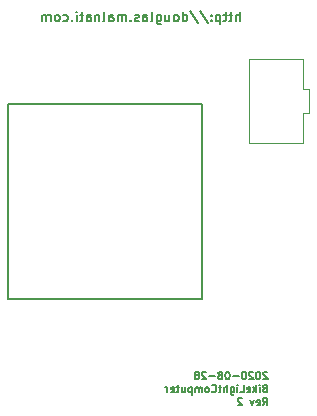
<source format=gbr>
G04 #@! TF.GenerationSoftware,KiCad,Pcbnew,(5.1.5)-3*
G04 #@! TF.CreationDate,2020-08-28T15:18:22-04:00*
G04 #@! TF.ProjectId,BikeLightComputerRev2,42696b65-4c69-4676-9874-436f6d707574,rev?*
G04 #@! TF.SameCoordinates,Original*
G04 #@! TF.FileFunction,Legend,Bot*
G04 #@! TF.FilePolarity,Positive*
%FSLAX46Y46*%
G04 Gerber Fmt 4.6, Leading zero omitted, Abs format (unit mm)*
G04 Created by KiCad (PCBNEW (5.1.5)-3) date 2020-08-28 15:18:22*
%MOMM*%
%LPD*%
G04 APERTURE LIST*
%ADD10C,0.150000*%
%ADD11C,0.120000*%
%ADD12C,0.127000*%
G04 APERTURE END LIST*
D10*
X168380228Y-62343695D02*
X168380228Y-61530895D01*
X168031885Y-62343695D02*
X168031885Y-61917942D01*
X168070590Y-61840533D01*
X168148000Y-61801828D01*
X168264114Y-61801828D01*
X168341523Y-61840533D01*
X168380228Y-61879238D01*
X167760952Y-61801828D02*
X167451314Y-61801828D01*
X167644838Y-61530895D02*
X167644838Y-62227580D01*
X167606133Y-62304990D01*
X167528723Y-62343695D01*
X167451314Y-62343695D01*
X167296495Y-61801828D02*
X166986857Y-61801828D01*
X167180380Y-61530895D02*
X167180380Y-62227580D01*
X167141676Y-62304990D01*
X167064266Y-62343695D01*
X166986857Y-62343695D01*
X166715923Y-61801828D02*
X166715923Y-62614628D01*
X166715923Y-61840533D02*
X166638514Y-61801828D01*
X166483695Y-61801828D01*
X166406285Y-61840533D01*
X166367580Y-61879238D01*
X166328876Y-61956647D01*
X166328876Y-62188876D01*
X166367580Y-62266285D01*
X166406285Y-62304990D01*
X166483695Y-62343695D01*
X166638514Y-62343695D01*
X166715923Y-62304990D01*
X165980533Y-62266285D02*
X165941828Y-62304990D01*
X165980533Y-62343695D01*
X166019238Y-62304990D01*
X165980533Y-62266285D01*
X165980533Y-62343695D01*
X165980533Y-61840533D02*
X165941828Y-61879238D01*
X165980533Y-61917942D01*
X166019238Y-61879238D01*
X165980533Y-61840533D01*
X165980533Y-61917942D01*
X165012914Y-61492190D02*
X165709600Y-62537219D01*
X164161409Y-61492190D02*
X164858095Y-62537219D01*
X163542133Y-62343695D02*
X163542133Y-61530895D01*
X163542133Y-62304990D02*
X163619542Y-62343695D01*
X163774361Y-62343695D01*
X163851771Y-62304990D01*
X163890476Y-62266285D01*
X163929180Y-62188876D01*
X163929180Y-61956647D01*
X163890476Y-61879238D01*
X163851771Y-61840533D01*
X163774361Y-61801828D01*
X163619542Y-61801828D01*
X163542133Y-61840533D01*
X163038971Y-62343695D02*
X163116380Y-62304990D01*
X163155085Y-62266285D01*
X163193790Y-62188876D01*
X163193790Y-61956647D01*
X163155085Y-61879238D01*
X163116380Y-61840533D01*
X163038971Y-61801828D01*
X162922857Y-61801828D01*
X162845447Y-61840533D01*
X162806742Y-61879238D01*
X162768038Y-61956647D01*
X162768038Y-62188876D01*
X162806742Y-62266285D01*
X162845447Y-62304990D01*
X162922857Y-62343695D01*
X163038971Y-62343695D01*
X162071352Y-61801828D02*
X162071352Y-62343695D01*
X162419695Y-61801828D02*
X162419695Y-62227580D01*
X162380990Y-62304990D01*
X162303580Y-62343695D01*
X162187466Y-62343695D01*
X162110057Y-62304990D01*
X162071352Y-62266285D01*
X161335961Y-61801828D02*
X161335961Y-62459809D01*
X161374666Y-62537219D01*
X161413371Y-62575923D01*
X161490780Y-62614628D01*
X161606895Y-62614628D01*
X161684304Y-62575923D01*
X161335961Y-62304990D02*
X161413371Y-62343695D01*
X161568190Y-62343695D01*
X161645600Y-62304990D01*
X161684304Y-62266285D01*
X161723009Y-62188876D01*
X161723009Y-61956647D01*
X161684304Y-61879238D01*
X161645600Y-61840533D01*
X161568190Y-61801828D01*
X161413371Y-61801828D01*
X161335961Y-61840533D01*
X160832800Y-62343695D02*
X160910209Y-62304990D01*
X160948914Y-62227580D01*
X160948914Y-61530895D01*
X160174819Y-62343695D02*
X160174819Y-61917942D01*
X160213523Y-61840533D01*
X160290933Y-61801828D01*
X160445752Y-61801828D01*
X160523161Y-61840533D01*
X160174819Y-62304990D02*
X160252228Y-62343695D01*
X160445752Y-62343695D01*
X160523161Y-62304990D01*
X160561866Y-62227580D01*
X160561866Y-62150171D01*
X160523161Y-62072761D01*
X160445752Y-62034057D01*
X160252228Y-62034057D01*
X160174819Y-61995352D01*
X159826476Y-62304990D02*
X159749066Y-62343695D01*
X159594247Y-62343695D01*
X159516838Y-62304990D01*
X159478133Y-62227580D01*
X159478133Y-62188876D01*
X159516838Y-62111466D01*
X159594247Y-62072761D01*
X159710361Y-62072761D01*
X159787771Y-62034057D01*
X159826476Y-61956647D01*
X159826476Y-61917942D01*
X159787771Y-61840533D01*
X159710361Y-61801828D01*
X159594247Y-61801828D01*
X159516838Y-61840533D01*
X159129790Y-62266285D02*
X159091085Y-62304990D01*
X159129790Y-62343695D01*
X159168495Y-62304990D01*
X159129790Y-62266285D01*
X159129790Y-62343695D01*
X158742742Y-62343695D02*
X158742742Y-61801828D01*
X158742742Y-61879238D02*
X158704038Y-61840533D01*
X158626628Y-61801828D01*
X158510514Y-61801828D01*
X158433104Y-61840533D01*
X158394400Y-61917942D01*
X158394400Y-62343695D01*
X158394400Y-61917942D02*
X158355695Y-61840533D01*
X158278285Y-61801828D01*
X158162171Y-61801828D01*
X158084761Y-61840533D01*
X158046057Y-61917942D01*
X158046057Y-62343695D01*
X157310666Y-62343695D02*
X157310666Y-61917942D01*
X157349371Y-61840533D01*
X157426780Y-61801828D01*
X157581600Y-61801828D01*
X157659009Y-61840533D01*
X157310666Y-62304990D02*
X157388076Y-62343695D01*
X157581600Y-62343695D01*
X157659009Y-62304990D01*
X157697714Y-62227580D01*
X157697714Y-62150171D01*
X157659009Y-62072761D01*
X157581600Y-62034057D01*
X157388076Y-62034057D01*
X157310666Y-61995352D01*
X156807504Y-62343695D02*
X156884914Y-62304990D01*
X156923619Y-62227580D01*
X156923619Y-61530895D01*
X156497866Y-61801828D02*
X156497866Y-62343695D01*
X156497866Y-61879238D02*
X156459161Y-61840533D01*
X156381752Y-61801828D01*
X156265638Y-61801828D01*
X156188228Y-61840533D01*
X156149523Y-61917942D01*
X156149523Y-62343695D01*
X155414133Y-62343695D02*
X155414133Y-61917942D01*
X155452838Y-61840533D01*
X155530247Y-61801828D01*
X155685066Y-61801828D01*
X155762476Y-61840533D01*
X155414133Y-62304990D02*
X155491542Y-62343695D01*
X155685066Y-62343695D01*
X155762476Y-62304990D01*
X155801180Y-62227580D01*
X155801180Y-62150171D01*
X155762476Y-62072761D01*
X155685066Y-62034057D01*
X155491542Y-62034057D01*
X155414133Y-61995352D01*
X155143200Y-61801828D02*
X154833561Y-61801828D01*
X155027085Y-61530895D02*
X155027085Y-62227580D01*
X154988380Y-62304990D01*
X154910971Y-62343695D01*
X154833561Y-62343695D01*
X154562628Y-62343695D02*
X154562628Y-61801828D01*
X154562628Y-61530895D02*
X154601333Y-61569600D01*
X154562628Y-61608304D01*
X154523923Y-61569600D01*
X154562628Y-61530895D01*
X154562628Y-61608304D01*
X154175580Y-62266285D02*
X154136876Y-62304990D01*
X154175580Y-62343695D01*
X154214285Y-62304990D01*
X154175580Y-62266285D01*
X154175580Y-62343695D01*
X153440190Y-62304990D02*
X153517600Y-62343695D01*
X153672419Y-62343695D01*
X153749828Y-62304990D01*
X153788533Y-62266285D01*
X153827238Y-62188876D01*
X153827238Y-61956647D01*
X153788533Y-61879238D01*
X153749828Y-61840533D01*
X153672419Y-61801828D01*
X153517600Y-61801828D01*
X153440190Y-61840533D01*
X152975733Y-62343695D02*
X153053142Y-62304990D01*
X153091847Y-62266285D01*
X153130552Y-62188876D01*
X153130552Y-61956647D01*
X153091847Y-61879238D01*
X153053142Y-61840533D01*
X152975733Y-61801828D01*
X152859619Y-61801828D01*
X152782209Y-61840533D01*
X152743504Y-61879238D01*
X152704800Y-61956647D01*
X152704800Y-62188876D01*
X152743504Y-62266285D01*
X152782209Y-62304990D01*
X152859619Y-62343695D01*
X152975733Y-62343695D01*
X152356457Y-62343695D02*
X152356457Y-61801828D01*
X152356457Y-61879238D02*
X152317752Y-61840533D01*
X152240342Y-61801828D01*
X152124228Y-61801828D01*
X152046819Y-61840533D01*
X152008114Y-61917942D01*
X152008114Y-62343695D01*
X152008114Y-61917942D02*
X151969409Y-61840533D01*
X151892000Y-61801828D01*
X151775885Y-61801828D01*
X151698476Y-61840533D01*
X151659771Y-61917942D01*
X151659771Y-62343695D01*
X170723547Y-92082238D02*
X170693309Y-92052000D01*
X170632833Y-92021761D01*
X170481642Y-92021761D01*
X170421166Y-92052000D01*
X170390928Y-92082238D01*
X170360690Y-92142714D01*
X170360690Y-92203190D01*
X170390928Y-92293904D01*
X170753785Y-92656761D01*
X170360690Y-92656761D01*
X169967595Y-92021761D02*
X169907119Y-92021761D01*
X169846642Y-92052000D01*
X169816404Y-92082238D01*
X169786166Y-92142714D01*
X169755928Y-92263666D01*
X169755928Y-92414857D01*
X169786166Y-92535809D01*
X169816404Y-92596285D01*
X169846642Y-92626523D01*
X169907119Y-92656761D01*
X169967595Y-92656761D01*
X170028071Y-92626523D01*
X170058309Y-92596285D01*
X170088547Y-92535809D01*
X170118785Y-92414857D01*
X170118785Y-92263666D01*
X170088547Y-92142714D01*
X170058309Y-92082238D01*
X170028071Y-92052000D01*
X169967595Y-92021761D01*
X169514023Y-92082238D02*
X169483785Y-92052000D01*
X169423309Y-92021761D01*
X169272119Y-92021761D01*
X169211642Y-92052000D01*
X169181404Y-92082238D01*
X169151166Y-92142714D01*
X169151166Y-92203190D01*
X169181404Y-92293904D01*
X169544261Y-92656761D01*
X169151166Y-92656761D01*
X168758071Y-92021761D02*
X168697595Y-92021761D01*
X168637119Y-92052000D01*
X168606880Y-92082238D01*
X168576642Y-92142714D01*
X168546404Y-92263666D01*
X168546404Y-92414857D01*
X168576642Y-92535809D01*
X168606880Y-92596285D01*
X168637119Y-92626523D01*
X168697595Y-92656761D01*
X168758071Y-92656761D01*
X168818547Y-92626523D01*
X168848785Y-92596285D01*
X168879023Y-92535809D01*
X168909261Y-92414857D01*
X168909261Y-92263666D01*
X168879023Y-92142714D01*
X168848785Y-92082238D01*
X168818547Y-92052000D01*
X168758071Y-92021761D01*
X168274261Y-92414857D02*
X167790452Y-92414857D01*
X167367119Y-92021761D02*
X167306642Y-92021761D01*
X167246166Y-92052000D01*
X167215928Y-92082238D01*
X167185690Y-92142714D01*
X167155452Y-92263666D01*
X167155452Y-92414857D01*
X167185690Y-92535809D01*
X167215928Y-92596285D01*
X167246166Y-92626523D01*
X167306642Y-92656761D01*
X167367119Y-92656761D01*
X167427595Y-92626523D01*
X167457833Y-92596285D01*
X167488071Y-92535809D01*
X167518309Y-92414857D01*
X167518309Y-92263666D01*
X167488071Y-92142714D01*
X167457833Y-92082238D01*
X167427595Y-92052000D01*
X167367119Y-92021761D01*
X166792595Y-92293904D02*
X166853071Y-92263666D01*
X166883309Y-92233428D01*
X166913547Y-92172952D01*
X166913547Y-92142714D01*
X166883309Y-92082238D01*
X166853071Y-92052000D01*
X166792595Y-92021761D01*
X166671642Y-92021761D01*
X166611166Y-92052000D01*
X166580928Y-92082238D01*
X166550690Y-92142714D01*
X166550690Y-92172952D01*
X166580928Y-92233428D01*
X166611166Y-92263666D01*
X166671642Y-92293904D01*
X166792595Y-92293904D01*
X166853071Y-92324142D01*
X166883309Y-92354380D01*
X166913547Y-92414857D01*
X166913547Y-92535809D01*
X166883309Y-92596285D01*
X166853071Y-92626523D01*
X166792595Y-92656761D01*
X166671642Y-92656761D01*
X166611166Y-92626523D01*
X166580928Y-92596285D01*
X166550690Y-92535809D01*
X166550690Y-92414857D01*
X166580928Y-92354380D01*
X166611166Y-92324142D01*
X166671642Y-92293904D01*
X166278547Y-92414857D02*
X165794738Y-92414857D01*
X165522595Y-92082238D02*
X165492357Y-92052000D01*
X165431880Y-92021761D01*
X165280690Y-92021761D01*
X165220214Y-92052000D01*
X165189976Y-92082238D01*
X165159738Y-92142714D01*
X165159738Y-92203190D01*
X165189976Y-92293904D01*
X165552833Y-92656761D01*
X165159738Y-92656761D01*
X164796880Y-92293904D02*
X164857357Y-92263666D01*
X164887595Y-92233428D01*
X164917833Y-92172952D01*
X164917833Y-92142714D01*
X164887595Y-92082238D01*
X164857357Y-92052000D01*
X164796880Y-92021761D01*
X164675928Y-92021761D01*
X164615452Y-92052000D01*
X164585214Y-92082238D01*
X164554976Y-92142714D01*
X164554976Y-92172952D01*
X164585214Y-92233428D01*
X164615452Y-92263666D01*
X164675928Y-92293904D01*
X164796880Y-92293904D01*
X164857357Y-92324142D01*
X164887595Y-92354380D01*
X164917833Y-92414857D01*
X164917833Y-92535809D01*
X164887595Y-92596285D01*
X164857357Y-92626523D01*
X164796880Y-92656761D01*
X164675928Y-92656761D01*
X164615452Y-92626523D01*
X164585214Y-92596285D01*
X164554976Y-92535809D01*
X164554976Y-92414857D01*
X164585214Y-92354380D01*
X164615452Y-92324142D01*
X164675928Y-92293904D01*
X170481642Y-93426642D02*
X170390928Y-93456880D01*
X170360690Y-93487119D01*
X170330452Y-93547595D01*
X170330452Y-93638309D01*
X170360690Y-93698785D01*
X170390928Y-93729023D01*
X170451404Y-93759261D01*
X170693309Y-93759261D01*
X170693309Y-93124261D01*
X170481642Y-93124261D01*
X170421166Y-93154500D01*
X170390928Y-93184738D01*
X170360690Y-93245214D01*
X170360690Y-93305690D01*
X170390928Y-93366166D01*
X170421166Y-93396404D01*
X170481642Y-93426642D01*
X170693309Y-93426642D01*
X170058309Y-93759261D02*
X170058309Y-93335928D01*
X170058309Y-93124261D02*
X170088547Y-93154500D01*
X170058309Y-93184738D01*
X170028071Y-93154500D01*
X170058309Y-93124261D01*
X170058309Y-93184738D01*
X169755928Y-93759261D02*
X169755928Y-93124261D01*
X169695452Y-93517357D02*
X169514023Y-93759261D01*
X169514023Y-93335928D02*
X169755928Y-93577833D01*
X168999976Y-93729023D02*
X169060452Y-93759261D01*
X169181404Y-93759261D01*
X169241880Y-93729023D01*
X169272119Y-93668547D01*
X169272119Y-93426642D01*
X169241880Y-93366166D01*
X169181404Y-93335928D01*
X169060452Y-93335928D01*
X168999976Y-93366166D01*
X168969738Y-93426642D01*
X168969738Y-93487119D01*
X169272119Y-93547595D01*
X168395214Y-93759261D02*
X168697595Y-93759261D01*
X168697595Y-93124261D01*
X168183547Y-93759261D02*
X168183547Y-93335928D01*
X168183547Y-93124261D02*
X168213785Y-93154500D01*
X168183547Y-93184738D01*
X168153309Y-93154500D01*
X168183547Y-93124261D01*
X168183547Y-93184738D01*
X167609023Y-93335928D02*
X167609023Y-93849976D01*
X167639261Y-93910452D01*
X167669500Y-93940690D01*
X167729976Y-93970928D01*
X167820690Y-93970928D01*
X167881166Y-93940690D01*
X167609023Y-93729023D02*
X167669500Y-93759261D01*
X167790452Y-93759261D01*
X167850928Y-93729023D01*
X167881166Y-93698785D01*
X167911404Y-93638309D01*
X167911404Y-93456880D01*
X167881166Y-93396404D01*
X167850928Y-93366166D01*
X167790452Y-93335928D01*
X167669500Y-93335928D01*
X167609023Y-93366166D01*
X167306642Y-93759261D02*
X167306642Y-93124261D01*
X167034500Y-93759261D02*
X167034500Y-93426642D01*
X167064738Y-93366166D01*
X167125214Y-93335928D01*
X167215928Y-93335928D01*
X167276404Y-93366166D01*
X167306642Y-93396404D01*
X166822833Y-93335928D02*
X166580928Y-93335928D01*
X166732119Y-93124261D02*
X166732119Y-93668547D01*
X166701880Y-93729023D01*
X166641404Y-93759261D01*
X166580928Y-93759261D01*
X166006404Y-93698785D02*
X166036642Y-93729023D01*
X166127357Y-93759261D01*
X166187833Y-93759261D01*
X166278547Y-93729023D01*
X166339023Y-93668547D01*
X166369261Y-93608071D01*
X166399500Y-93487119D01*
X166399500Y-93396404D01*
X166369261Y-93275452D01*
X166339023Y-93214976D01*
X166278547Y-93154500D01*
X166187833Y-93124261D01*
X166127357Y-93124261D01*
X166036642Y-93154500D01*
X166006404Y-93184738D01*
X165643547Y-93759261D02*
X165704023Y-93729023D01*
X165734261Y-93698785D01*
X165764500Y-93638309D01*
X165764500Y-93456880D01*
X165734261Y-93396404D01*
X165704023Y-93366166D01*
X165643547Y-93335928D01*
X165552833Y-93335928D01*
X165492357Y-93366166D01*
X165462119Y-93396404D01*
X165431880Y-93456880D01*
X165431880Y-93638309D01*
X165462119Y-93698785D01*
X165492357Y-93729023D01*
X165552833Y-93759261D01*
X165643547Y-93759261D01*
X165159738Y-93759261D02*
X165159738Y-93335928D01*
X165159738Y-93396404D02*
X165129500Y-93366166D01*
X165069023Y-93335928D01*
X164978309Y-93335928D01*
X164917833Y-93366166D01*
X164887595Y-93426642D01*
X164887595Y-93759261D01*
X164887595Y-93426642D02*
X164857357Y-93366166D01*
X164796880Y-93335928D01*
X164706166Y-93335928D01*
X164645690Y-93366166D01*
X164615452Y-93426642D01*
X164615452Y-93759261D01*
X164313071Y-93335928D02*
X164313071Y-93970928D01*
X164313071Y-93366166D02*
X164252595Y-93335928D01*
X164131642Y-93335928D01*
X164071166Y-93366166D01*
X164040928Y-93396404D01*
X164010690Y-93456880D01*
X164010690Y-93638309D01*
X164040928Y-93698785D01*
X164071166Y-93729023D01*
X164131642Y-93759261D01*
X164252595Y-93759261D01*
X164313071Y-93729023D01*
X163466404Y-93335928D02*
X163466404Y-93759261D01*
X163738547Y-93335928D02*
X163738547Y-93668547D01*
X163708309Y-93729023D01*
X163647833Y-93759261D01*
X163557119Y-93759261D01*
X163496642Y-93729023D01*
X163466404Y-93698785D01*
X163254738Y-93335928D02*
X163012833Y-93335928D01*
X163164023Y-93124261D02*
X163164023Y-93668547D01*
X163133785Y-93729023D01*
X163073309Y-93759261D01*
X163012833Y-93759261D01*
X162559261Y-93729023D02*
X162619738Y-93759261D01*
X162740690Y-93759261D01*
X162801166Y-93729023D01*
X162831404Y-93668547D01*
X162831404Y-93426642D01*
X162801166Y-93366166D01*
X162740690Y-93335928D01*
X162619738Y-93335928D01*
X162559261Y-93366166D01*
X162529023Y-93426642D01*
X162529023Y-93487119D01*
X162831404Y-93547595D01*
X162256880Y-93759261D02*
X162256880Y-93335928D01*
X162256880Y-93456880D02*
X162226642Y-93396404D01*
X162196404Y-93366166D01*
X162135928Y-93335928D01*
X162075452Y-93335928D01*
X170330452Y-94861761D02*
X170542119Y-94559380D01*
X170693309Y-94861761D02*
X170693309Y-94226761D01*
X170451404Y-94226761D01*
X170390928Y-94257000D01*
X170360690Y-94287238D01*
X170330452Y-94347714D01*
X170330452Y-94438428D01*
X170360690Y-94498904D01*
X170390928Y-94529142D01*
X170451404Y-94559380D01*
X170693309Y-94559380D01*
X169816404Y-94831523D02*
X169876880Y-94861761D01*
X169997833Y-94861761D01*
X170058309Y-94831523D01*
X170088547Y-94771047D01*
X170088547Y-94529142D01*
X170058309Y-94468666D01*
X169997833Y-94438428D01*
X169876880Y-94438428D01*
X169816404Y-94468666D01*
X169786166Y-94529142D01*
X169786166Y-94589619D01*
X170088547Y-94650095D01*
X169574500Y-94438428D02*
X169423309Y-94861761D01*
X169272119Y-94438428D01*
X168576642Y-94287238D02*
X168546404Y-94257000D01*
X168485928Y-94226761D01*
X168334738Y-94226761D01*
X168274261Y-94257000D01*
X168244023Y-94287238D01*
X168213785Y-94347714D01*
X168213785Y-94408190D01*
X168244023Y-94498904D01*
X168606880Y-94861761D01*
X168213785Y-94861761D01*
D11*
X169164000Y-72644000D02*
X169164000Y-65532000D01*
X173736000Y-72644000D02*
X169164000Y-72644000D01*
X173736000Y-70104000D02*
X173736000Y-72644000D01*
X174244000Y-70104000D02*
X173736000Y-70104000D01*
X174244000Y-68072000D02*
X174244000Y-70104000D01*
X173736000Y-68072000D02*
X174244000Y-68072000D01*
X173736000Y-65532000D02*
X173736000Y-68072000D01*
X169164000Y-65532000D02*
X173736000Y-65532000D01*
D12*
X148780500Y-69342000D02*
X148780500Y-85852000D01*
X148780500Y-85852000D02*
X165209220Y-85852000D01*
X165209220Y-69342000D02*
X148780500Y-69342000D01*
X165209220Y-85852000D02*
X165209220Y-69342000D01*
M02*

</source>
